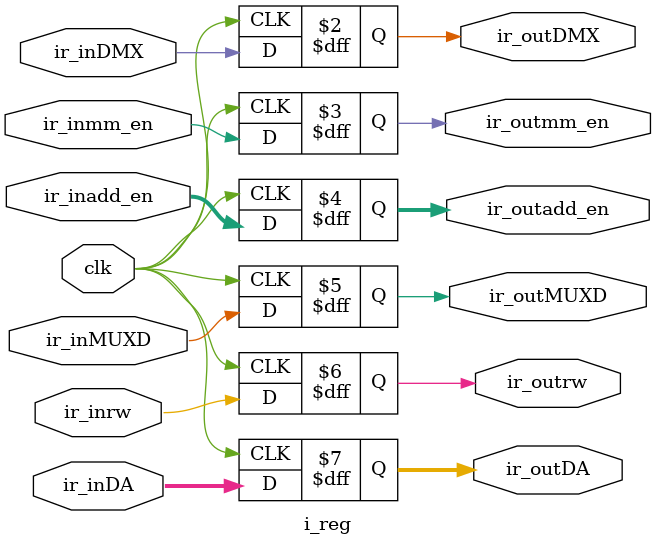
<source format=v>
`timescale 1ns / 1ps

module i_reg 
//#(  parameter IN_MSB = 3,
//    parameter OUT_MSB = 3)
  #(  parameter IR_BIT_WIDTH = 4 )
(   input clk,
    //input [IN_MSB-1:0] ir_in,
    //output reg [IN_MSB - OUT_MSB:0] ir_nxt,
    //output reg [OUT_MSB:0] ir_out
    input ir_inDMX, 
    input ir_inmm_en, 
    input [1:0] ir_inadd_en, 
    input ir_inMUXD, 
    input ir_inrw, 
    input [IR_BIT_WIDTH - 1:0] ir_inDA,
    output reg ir_outDMX, 
    output reg ir_outmm_en, 
    output reg [1:0] ir_outadd_en, 
    output reg ir_outMUXD, 
    output reg ir_outrw,
    output reg [IR_BIT_WIDTH - 1:0] ir_outDA
    );

    always@(posedge clk) 
    begin
        /*ir_nxt <= ir_in[IN_MSB - (OUT_MSB):0]; //trim off the top
        ir_out <= ir_in[IN_MSB - 1:IN_MSB - OUT_MSB]; //send outputs
        */
       ir_outDMX   <=  ir_inDMX;    
       ir_outmm_en  <=  ir_inmm_en;   
       ir_outadd_en <=  ir_inadd_en;  
       ir_outMUXD   <=  ir_inMUXD;    
       ir_outrw     <=  ir_inrw;     
       ir_outDA     <=  ir_inDA;
    end
endmodule

</source>
